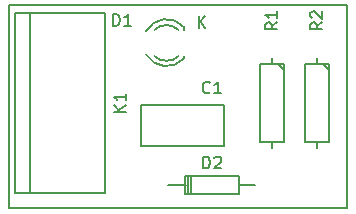
<source format=gbr>
G04 #@! TF.FileFunction,Legend,Top*
%FSLAX46Y46*%
G04 Gerber Fmt 4.6, Leading zero omitted, Abs format (unit mm)*
G04 Created by KiCad (PCBNEW 4.0.0-rc1-stable) date 30/11/2015 17:14:41*
%MOMM*%
G01*
G04 APERTURE LIST*
%ADD10C,0.100000*%
%ADD11C,0.150000*%
G04 APERTURE END LIST*
D10*
D11*
X154305000Y-104775000D02*
X154305000Y-121920000D01*
X182880000Y-104775000D02*
X154305000Y-104775000D01*
X182880000Y-121920000D02*
X182880000Y-104775000D01*
X154305000Y-121920000D02*
X182880000Y-121920000D01*
X172450000Y-116685000D02*
X165450000Y-116685000D01*
X165450000Y-116685000D02*
X165450000Y-113185000D01*
X165450000Y-113185000D02*
X172450000Y-113185000D01*
X172450000Y-113185000D02*
X172450000Y-116685000D01*
X169109000Y-106636000D02*
X169109000Y-106836000D01*
X169109000Y-109230000D02*
X169109000Y-109050000D01*
X165881256Y-108919643D02*
G75*
G03X169109000Y-109236000I1727744J1003643D01*
G01*
X166556994Y-109049068D02*
G75*
G03X168660000Y-109050000I1052006J1133068D01*
G01*
X169096220Y-106609274D02*
G75*
G03X165859000Y-106956000I-1497220J-1306726D01*
G01*
X168622889Y-106836747D02*
G75*
G03X166575000Y-106856000I-1013889J-1079253D01*
G01*
X173736520Y-120012460D02*
X175133520Y-120012460D01*
X169291520Y-120012460D02*
X167767520Y-120012460D01*
X169672520Y-119250460D02*
X169672520Y-120774460D01*
X169418520Y-119250460D02*
X169418520Y-120774460D01*
X169164520Y-120012460D02*
X169164520Y-120774460D01*
X169164520Y-120774460D02*
X173736520Y-120774460D01*
X173736520Y-120774460D02*
X173736520Y-119250460D01*
X173736520Y-119250460D02*
X169164520Y-119250460D01*
X169164520Y-119250460D02*
X169164520Y-120012460D01*
X154795000Y-105410000D02*
X162415000Y-105410000D01*
X154795000Y-120650000D02*
X162415000Y-120650000D01*
X156065000Y-105410000D02*
X156065000Y-120650000D01*
X162415000Y-105410000D02*
X162415000Y-120650000D01*
X154795000Y-105410000D02*
X154795000Y-120650000D01*
X176530000Y-109220000D02*
X176530000Y-109728000D01*
X176530000Y-116840000D02*
X176530000Y-116332000D01*
X176530000Y-116332000D02*
X177546000Y-116332000D01*
X177546000Y-116332000D02*
X177546000Y-109728000D01*
X177546000Y-109728000D02*
X175514000Y-109728000D01*
X175514000Y-109728000D02*
X175514000Y-116332000D01*
X175514000Y-116332000D02*
X176530000Y-116332000D01*
X177038000Y-109728000D02*
X177546000Y-110236000D01*
X180340000Y-109220000D02*
X180340000Y-109728000D01*
X180340000Y-116840000D02*
X180340000Y-116332000D01*
X180340000Y-116332000D02*
X181356000Y-116332000D01*
X181356000Y-116332000D02*
X181356000Y-109728000D01*
X181356000Y-109728000D02*
X179324000Y-109728000D01*
X179324000Y-109728000D02*
X179324000Y-116332000D01*
X179324000Y-116332000D02*
X180340000Y-116332000D01*
X180848000Y-109728000D02*
X181356000Y-110236000D01*
X171283334Y-112117143D02*
X171235715Y-112164762D01*
X171092858Y-112212381D01*
X170997620Y-112212381D01*
X170854762Y-112164762D01*
X170759524Y-112069524D01*
X170711905Y-111974286D01*
X170664286Y-111783810D01*
X170664286Y-111640952D01*
X170711905Y-111450476D01*
X170759524Y-111355238D01*
X170854762Y-111260000D01*
X170997620Y-111212381D01*
X171092858Y-111212381D01*
X171235715Y-111260000D01*
X171283334Y-111307619D01*
X172235715Y-112212381D02*
X171664286Y-112212381D01*
X171950000Y-112212381D02*
X171950000Y-111212381D01*
X171854762Y-111355238D01*
X171759524Y-111450476D01*
X171664286Y-111498095D01*
X163091905Y-106497381D02*
X163091905Y-105497381D01*
X163330000Y-105497381D01*
X163472858Y-105545000D01*
X163568096Y-105640238D01*
X163615715Y-105735476D01*
X163663334Y-105925952D01*
X163663334Y-106068810D01*
X163615715Y-106259286D01*
X163568096Y-106354524D01*
X163472858Y-106449762D01*
X163330000Y-106497381D01*
X163091905Y-106497381D01*
X164615715Y-106497381D02*
X164044286Y-106497381D01*
X164330000Y-106497381D02*
X164330000Y-105497381D01*
X164234762Y-105640238D01*
X164139524Y-105735476D01*
X164044286Y-105783095D01*
X170338095Y-106662381D02*
X170338095Y-105662381D01*
X170909524Y-106662381D02*
X170480952Y-106090952D01*
X170909524Y-105662381D02*
X170338095Y-106233810D01*
X170711905Y-118562381D02*
X170711905Y-117562381D01*
X170950000Y-117562381D01*
X171092858Y-117610000D01*
X171188096Y-117705238D01*
X171235715Y-117800476D01*
X171283334Y-117990952D01*
X171283334Y-118133810D01*
X171235715Y-118324286D01*
X171188096Y-118419524D01*
X171092858Y-118514762D01*
X170950000Y-118562381D01*
X170711905Y-118562381D01*
X171664286Y-117657619D02*
X171711905Y-117610000D01*
X171807143Y-117562381D01*
X172045239Y-117562381D01*
X172140477Y-117610000D01*
X172188096Y-117657619D01*
X172235715Y-117752857D01*
X172235715Y-117848095D01*
X172188096Y-117990952D01*
X171616667Y-118562381D01*
X172235715Y-118562381D01*
X164137381Y-113768095D02*
X163137381Y-113768095D01*
X164137381Y-113196666D02*
X163565952Y-113625238D01*
X163137381Y-113196666D02*
X163708810Y-113768095D01*
X164137381Y-112244285D02*
X164137381Y-112815714D01*
X164137381Y-112530000D02*
X163137381Y-112530000D01*
X163280238Y-112625238D01*
X163375476Y-112720476D01*
X163423095Y-112815714D01*
X176982381Y-106211666D02*
X176506190Y-106545000D01*
X176982381Y-106783095D02*
X175982381Y-106783095D01*
X175982381Y-106402142D01*
X176030000Y-106306904D01*
X176077619Y-106259285D01*
X176172857Y-106211666D01*
X176315714Y-106211666D01*
X176410952Y-106259285D01*
X176458571Y-106306904D01*
X176506190Y-106402142D01*
X176506190Y-106783095D01*
X176982381Y-105259285D02*
X176982381Y-105830714D01*
X176982381Y-105545000D02*
X175982381Y-105545000D01*
X176125238Y-105640238D01*
X176220476Y-105735476D01*
X176268095Y-105830714D01*
X180792381Y-106211666D02*
X180316190Y-106545000D01*
X180792381Y-106783095D02*
X179792381Y-106783095D01*
X179792381Y-106402142D01*
X179840000Y-106306904D01*
X179887619Y-106259285D01*
X179982857Y-106211666D01*
X180125714Y-106211666D01*
X180220952Y-106259285D01*
X180268571Y-106306904D01*
X180316190Y-106402142D01*
X180316190Y-106783095D01*
X179887619Y-105830714D02*
X179840000Y-105783095D01*
X179792381Y-105687857D01*
X179792381Y-105449761D01*
X179840000Y-105354523D01*
X179887619Y-105306904D01*
X179982857Y-105259285D01*
X180078095Y-105259285D01*
X180220952Y-105306904D01*
X180792381Y-105878333D01*
X180792381Y-105259285D01*
M02*

</source>
